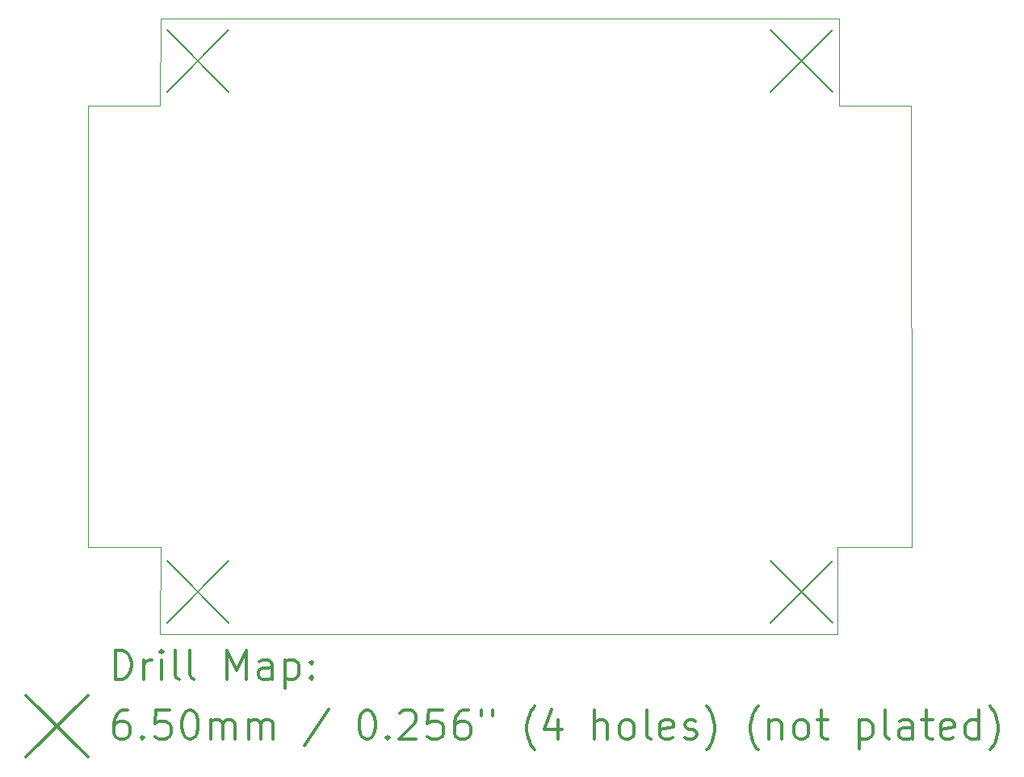
<source format=gbr>
%FSLAX45Y45*%
G04 Gerber Fmt 4.5, Leading zero omitted, Abs format (unit mm)*
G04 Created by KiCad (PCBNEW (5.1.6-0-10_14)) date 2022-11-25 22:13:18*
%MOMM*%
%LPD*%
G01*
G04 APERTURE LIST*
%TA.AperFunction,Profile*%
%ADD10C,0.100000*%
%TD*%
%ADD11C,0.200000*%
%ADD12C,0.300000*%
G04 APERTURE END LIST*
D10*
X20813510Y-8008078D02*
X20816300Y-12639000D01*
X12940000Y-7094000D02*
X20055520Y-7093780D01*
X20038310Y-13554000D02*
X12938570Y-13554000D01*
X12185000Y-12639922D02*
X12185000Y-8009000D01*
X12185000Y-8009000D02*
X12936540Y-8008620D01*
X20060000Y-8010000D02*
X20813510Y-8008078D01*
X20055520Y-7093780D02*
X20060000Y-8010000D01*
X12936540Y-8008620D02*
X12940000Y-7094000D01*
X20038310Y-12639000D02*
X20816300Y-12639000D01*
X20038310Y-12639000D02*
X20038310Y-13554000D01*
X12185000Y-12639922D02*
X12940000Y-12640000D01*
X12938570Y-13554000D02*
X12940000Y-12640000D01*
D11*
X13008414Y-12784944D02*
X13658414Y-13434944D01*
X13658414Y-12784944D02*
X13008414Y-13434944D01*
X19340464Y-7215324D02*
X19990464Y-7865324D01*
X19990464Y-7215324D02*
X19340464Y-7865324D01*
X19340464Y-12783944D02*
X19990464Y-13433944D01*
X19990464Y-12783944D02*
X19340464Y-13433944D01*
X13008414Y-7215324D02*
X13658414Y-7865324D01*
X13658414Y-7215324D02*
X13008414Y-7865324D01*
D12*
X12466428Y-14024714D02*
X12466428Y-13724714D01*
X12537857Y-13724714D01*
X12580714Y-13739000D01*
X12609286Y-13767571D01*
X12623571Y-13796143D01*
X12637857Y-13853286D01*
X12637857Y-13896143D01*
X12623571Y-13953286D01*
X12609286Y-13981857D01*
X12580714Y-14010429D01*
X12537857Y-14024714D01*
X12466428Y-14024714D01*
X12766428Y-14024714D02*
X12766428Y-13824714D01*
X12766428Y-13881857D02*
X12780714Y-13853286D01*
X12795000Y-13839000D01*
X12823571Y-13824714D01*
X12852143Y-13824714D01*
X12952143Y-14024714D02*
X12952143Y-13824714D01*
X12952143Y-13724714D02*
X12937857Y-13739000D01*
X12952143Y-13753286D01*
X12966428Y-13739000D01*
X12952143Y-13724714D01*
X12952143Y-13753286D01*
X13137857Y-14024714D02*
X13109286Y-14010429D01*
X13095000Y-13981857D01*
X13095000Y-13724714D01*
X13295000Y-14024714D02*
X13266428Y-14010429D01*
X13252143Y-13981857D01*
X13252143Y-13724714D01*
X13637857Y-14024714D02*
X13637857Y-13724714D01*
X13737857Y-13939000D01*
X13837857Y-13724714D01*
X13837857Y-14024714D01*
X14109286Y-14024714D02*
X14109286Y-13867571D01*
X14095000Y-13839000D01*
X14066428Y-13824714D01*
X14009286Y-13824714D01*
X13980714Y-13839000D01*
X14109286Y-14010429D02*
X14080714Y-14024714D01*
X14009286Y-14024714D01*
X13980714Y-14010429D01*
X13966428Y-13981857D01*
X13966428Y-13953286D01*
X13980714Y-13924714D01*
X14009286Y-13910429D01*
X14080714Y-13910429D01*
X14109286Y-13896143D01*
X14252143Y-13824714D02*
X14252143Y-14124714D01*
X14252143Y-13839000D02*
X14280714Y-13824714D01*
X14337857Y-13824714D01*
X14366428Y-13839000D01*
X14380714Y-13853286D01*
X14395000Y-13881857D01*
X14395000Y-13967571D01*
X14380714Y-13996143D01*
X14366428Y-14010429D01*
X14337857Y-14024714D01*
X14280714Y-14024714D01*
X14252143Y-14010429D01*
X14523571Y-13996143D02*
X14537857Y-14010429D01*
X14523571Y-14024714D01*
X14509286Y-14010429D01*
X14523571Y-13996143D01*
X14523571Y-14024714D01*
X14523571Y-13839000D02*
X14537857Y-13853286D01*
X14523571Y-13867571D01*
X14509286Y-13853286D01*
X14523571Y-13839000D01*
X14523571Y-13867571D01*
X11530000Y-14194000D02*
X12180000Y-14844000D01*
X12180000Y-14194000D02*
X11530000Y-14844000D01*
X12595000Y-14354714D02*
X12537857Y-14354714D01*
X12509286Y-14369000D01*
X12495000Y-14383286D01*
X12466428Y-14426143D01*
X12452143Y-14483286D01*
X12452143Y-14597571D01*
X12466428Y-14626143D01*
X12480714Y-14640429D01*
X12509286Y-14654714D01*
X12566428Y-14654714D01*
X12595000Y-14640429D01*
X12609286Y-14626143D01*
X12623571Y-14597571D01*
X12623571Y-14526143D01*
X12609286Y-14497571D01*
X12595000Y-14483286D01*
X12566428Y-14469000D01*
X12509286Y-14469000D01*
X12480714Y-14483286D01*
X12466428Y-14497571D01*
X12452143Y-14526143D01*
X12752143Y-14626143D02*
X12766428Y-14640429D01*
X12752143Y-14654714D01*
X12737857Y-14640429D01*
X12752143Y-14626143D01*
X12752143Y-14654714D01*
X13037857Y-14354714D02*
X12895000Y-14354714D01*
X12880714Y-14497571D01*
X12895000Y-14483286D01*
X12923571Y-14469000D01*
X12995000Y-14469000D01*
X13023571Y-14483286D01*
X13037857Y-14497571D01*
X13052143Y-14526143D01*
X13052143Y-14597571D01*
X13037857Y-14626143D01*
X13023571Y-14640429D01*
X12995000Y-14654714D01*
X12923571Y-14654714D01*
X12895000Y-14640429D01*
X12880714Y-14626143D01*
X13237857Y-14354714D02*
X13266428Y-14354714D01*
X13295000Y-14369000D01*
X13309286Y-14383286D01*
X13323571Y-14411857D01*
X13337857Y-14469000D01*
X13337857Y-14540429D01*
X13323571Y-14597571D01*
X13309286Y-14626143D01*
X13295000Y-14640429D01*
X13266428Y-14654714D01*
X13237857Y-14654714D01*
X13209286Y-14640429D01*
X13195000Y-14626143D01*
X13180714Y-14597571D01*
X13166428Y-14540429D01*
X13166428Y-14469000D01*
X13180714Y-14411857D01*
X13195000Y-14383286D01*
X13209286Y-14369000D01*
X13237857Y-14354714D01*
X13466428Y-14654714D02*
X13466428Y-14454714D01*
X13466428Y-14483286D02*
X13480714Y-14469000D01*
X13509286Y-14454714D01*
X13552143Y-14454714D01*
X13580714Y-14469000D01*
X13595000Y-14497571D01*
X13595000Y-14654714D01*
X13595000Y-14497571D02*
X13609286Y-14469000D01*
X13637857Y-14454714D01*
X13680714Y-14454714D01*
X13709286Y-14469000D01*
X13723571Y-14497571D01*
X13723571Y-14654714D01*
X13866428Y-14654714D02*
X13866428Y-14454714D01*
X13866428Y-14483286D02*
X13880714Y-14469000D01*
X13909286Y-14454714D01*
X13952143Y-14454714D01*
X13980714Y-14469000D01*
X13995000Y-14497571D01*
X13995000Y-14654714D01*
X13995000Y-14497571D02*
X14009286Y-14469000D01*
X14037857Y-14454714D01*
X14080714Y-14454714D01*
X14109286Y-14469000D01*
X14123571Y-14497571D01*
X14123571Y-14654714D01*
X14709286Y-14340429D02*
X14452143Y-14726143D01*
X15095000Y-14354714D02*
X15123571Y-14354714D01*
X15152143Y-14369000D01*
X15166428Y-14383286D01*
X15180714Y-14411857D01*
X15195000Y-14469000D01*
X15195000Y-14540429D01*
X15180714Y-14597571D01*
X15166428Y-14626143D01*
X15152143Y-14640429D01*
X15123571Y-14654714D01*
X15095000Y-14654714D01*
X15066428Y-14640429D01*
X15052143Y-14626143D01*
X15037857Y-14597571D01*
X15023571Y-14540429D01*
X15023571Y-14469000D01*
X15037857Y-14411857D01*
X15052143Y-14383286D01*
X15066428Y-14369000D01*
X15095000Y-14354714D01*
X15323571Y-14626143D02*
X15337857Y-14640429D01*
X15323571Y-14654714D01*
X15309286Y-14640429D01*
X15323571Y-14626143D01*
X15323571Y-14654714D01*
X15452143Y-14383286D02*
X15466428Y-14369000D01*
X15495000Y-14354714D01*
X15566428Y-14354714D01*
X15595000Y-14369000D01*
X15609286Y-14383286D01*
X15623571Y-14411857D01*
X15623571Y-14440429D01*
X15609286Y-14483286D01*
X15437857Y-14654714D01*
X15623571Y-14654714D01*
X15895000Y-14354714D02*
X15752143Y-14354714D01*
X15737857Y-14497571D01*
X15752143Y-14483286D01*
X15780714Y-14469000D01*
X15852143Y-14469000D01*
X15880714Y-14483286D01*
X15895000Y-14497571D01*
X15909286Y-14526143D01*
X15909286Y-14597571D01*
X15895000Y-14626143D01*
X15880714Y-14640429D01*
X15852143Y-14654714D01*
X15780714Y-14654714D01*
X15752143Y-14640429D01*
X15737857Y-14626143D01*
X16166428Y-14354714D02*
X16109286Y-14354714D01*
X16080714Y-14369000D01*
X16066428Y-14383286D01*
X16037857Y-14426143D01*
X16023571Y-14483286D01*
X16023571Y-14597571D01*
X16037857Y-14626143D01*
X16052143Y-14640429D01*
X16080714Y-14654714D01*
X16137857Y-14654714D01*
X16166428Y-14640429D01*
X16180714Y-14626143D01*
X16195000Y-14597571D01*
X16195000Y-14526143D01*
X16180714Y-14497571D01*
X16166428Y-14483286D01*
X16137857Y-14469000D01*
X16080714Y-14469000D01*
X16052143Y-14483286D01*
X16037857Y-14497571D01*
X16023571Y-14526143D01*
X16309286Y-14354714D02*
X16309286Y-14411857D01*
X16423571Y-14354714D02*
X16423571Y-14411857D01*
X16866428Y-14769000D02*
X16852143Y-14754714D01*
X16823571Y-14711857D01*
X16809286Y-14683286D01*
X16795000Y-14640429D01*
X16780714Y-14569000D01*
X16780714Y-14511857D01*
X16795000Y-14440429D01*
X16809286Y-14397571D01*
X16823571Y-14369000D01*
X16852143Y-14326143D01*
X16866428Y-14311857D01*
X17109286Y-14454714D02*
X17109286Y-14654714D01*
X17037857Y-14340429D02*
X16966428Y-14554714D01*
X17152143Y-14554714D01*
X17495000Y-14654714D02*
X17495000Y-14354714D01*
X17623571Y-14654714D02*
X17623571Y-14497571D01*
X17609286Y-14469000D01*
X17580714Y-14454714D01*
X17537857Y-14454714D01*
X17509286Y-14469000D01*
X17495000Y-14483286D01*
X17809286Y-14654714D02*
X17780714Y-14640429D01*
X17766428Y-14626143D01*
X17752143Y-14597571D01*
X17752143Y-14511857D01*
X17766428Y-14483286D01*
X17780714Y-14469000D01*
X17809286Y-14454714D01*
X17852143Y-14454714D01*
X17880714Y-14469000D01*
X17895000Y-14483286D01*
X17909286Y-14511857D01*
X17909286Y-14597571D01*
X17895000Y-14626143D01*
X17880714Y-14640429D01*
X17852143Y-14654714D01*
X17809286Y-14654714D01*
X18080714Y-14654714D02*
X18052143Y-14640429D01*
X18037857Y-14611857D01*
X18037857Y-14354714D01*
X18309286Y-14640429D02*
X18280714Y-14654714D01*
X18223571Y-14654714D01*
X18195000Y-14640429D01*
X18180714Y-14611857D01*
X18180714Y-14497571D01*
X18195000Y-14469000D01*
X18223571Y-14454714D01*
X18280714Y-14454714D01*
X18309286Y-14469000D01*
X18323571Y-14497571D01*
X18323571Y-14526143D01*
X18180714Y-14554714D01*
X18437857Y-14640429D02*
X18466428Y-14654714D01*
X18523571Y-14654714D01*
X18552143Y-14640429D01*
X18566428Y-14611857D01*
X18566428Y-14597571D01*
X18552143Y-14569000D01*
X18523571Y-14554714D01*
X18480714Y-14554714D01*
X18452143Y-14540429D01*
X18437857Y-14511857D01*
X18437857Y-14497571D01*
X18452143Y-14469000D01*
X18480714Y-14454714D01*
X18523571Y-14454714D01*
X18552143Y-14469000D01*
X18666428Y-14769000D02*
X18680714Y-14754714D01*
X18709286Y-14711857D01*
X18723571Y-14683286D01*
X18737857Y-14640429D01*
X18752143Y-14569000D01*
X18752143Y-14511857D01*
X18737857Y-14440429D01*
X18723571Y-14397571D01*
X18709286Y-14369000D01*
X18680714Y-14326143D01*
X18666428Y-14311857D01*
X19209286Y-14769000D02*
X19195000Y-14754714D01*
X19166428Y-14711857D01*
X19152143Y-14683286D01*
X19137857Y-14640429D01*
X19123571Y-14569000D01*
X19123571Y-14511857D01*
X19137857Y-14440429D01*
X19152143Y-14397571D01*
X19166428Y-14369000D01*
X19195000Y-14326143D01*
X19209286Y-14311857D01*
X19323571Y-14454714D02*
X19323571Y-14654714D01*
X19323571Y-14483286D02*
X19337857Y-14469000D01*
X19366428Y-14454714D01*
X19409286Y-14454714D01*
X19437857Y-14469000D01*
X19452143Y-14497571D01*
X19452143Y-14654714D01*
X19637857Y-14654714D02*
X19609286Y-14640429D01*
X19595000Y-14626143D01*
X19580714Y-14597571D01*
X19580714Y-14511857D01*
X19595000Y-14483286D01*
X19609286Y-14469000D01*
X19637857Y-14454714D01*
X19680714Y-14454714D01*
X19709286Y-14469000D01*
X19723571Y-14483286D01*
X19737857Y-14511857D01*
X19737857Y-14597571D01*
X19723571Y-14626143D01*
X19709286Y-14640429D01*
X19680714Y-14654714D01*
X19637857Y-14654714D01*
X19823571Y-14454714D02*
X19937857Y-14454714D01*
X19866428Y-14354714D02*
X19866428Y-14611857D01*
X19880714Y-14640429D01*
X19909286Y-14654714D01*
X19937857Y-14654714D01*
X20266428Y-14454714D02*
X20266428Y-14754714D01*
X20266428Y-14469000D02*
X20295000Y-14454714D01*
X20352143Y-14454714D01*
X20380714Y-14469000D01*
X20395000Y-14483286D01*
X20409286Y-14511857D01*
X20409286Y-14597571D01*
X20395000Y-14626143D01*
X20380714Y-14640429D01*
X20352143Y-14654714D01*
X20295000Y-14654714D01*
X20266428Y-14640429D01*
X20580714Y-14654714D02*
X20552143Y-14640429D01*
X20537857Y-14611857D01*
X20537857Y-14354714D01*
X20823571Y-14654714D02*
X20823571Y-14497571D01*
X20809286Y-14469000D01*
X20780714Y-14454714D01*
X20723571Y-14454714D01*
X20695000Y-14469000D01*
X20823571Y-14640429D02*
X20795000Y-14654714D01*
X20723571Y-14654714D01*
X20695000Y-14640429D01*
X20680714Y-14611857D01*
X20680714Y-14583286D01*
X20695000Y-14554714D01*
X20723571Y-14540429D01*
X20795000Y-14540429D01*
X20823571Y-14526143D01*
X20923571Y-14454714D02*
X21037857Y-14454714D01*
X20966428Y-14354714D02*
X20966428Y-14611857D01*
X20980714Y-14640429D01*
X21009286Y-14654714D01*
X21037857Y-14654714D01*
X21252143Y-14640429D02*
X21223571Y-14654714D01*
X21166428Y-14654714D01*
X21137857Y-14640429D01*
X21123571Y-14611857D01*
X21123571Y-14497571D01*
X21137857Y-14469000D01*
X21166428Y-14454714D01*
X21223571Y-14454714D01*
X21252143Y-14469000D01*
X21266428Y-14497571D01*
X21266428Y-14526143D01*
X21123571Y-14554714D01*
X21523571Y-14654714D02*
X21523571Y-14354714D01*
X21523571Y-14640429D02*
X21495000Y-14654714D01*
X21437857Y-14654714D01*
X21409286Y-14640429D01*
X21395000Y-14626143D01*
X21380714Y-14597571D01*
X21380714Y-14511857D01*
X21395000Y-14483286D01*
X21409286Y-14469000D01*
X21437857Y-14454714D01*
X21495000Y-14454714D01*
X21523571Y-14469000D01*
X21637857Y-14769000D02*
X21652143Y-14754714D01*
X21680714Y-14711857D01*
X21695000Y-14683286D01*
X21709286Y-14640429D01*
X21723571Y-14569000D01*
X21723571Y-14511857D01*
X21709286Y-14440429D01*
X21695000Y-14397571D01*
X21680714Y-14369000D01*
X21652143Y-14326143D01*
X21637857Y-14311857D01*
M02*

</source>
